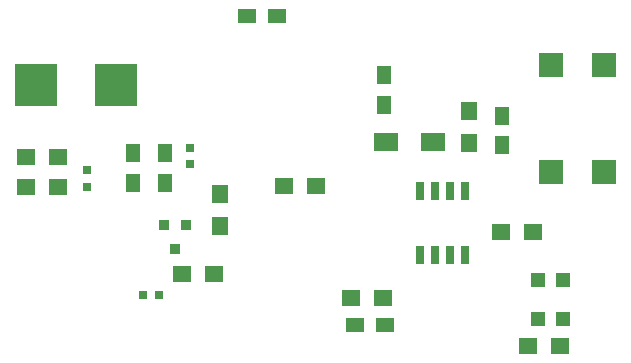
<source format=gbr>
G04 #@! TF.FileFunction,Paste,Top*
%FSLAX46Y46*%
G04 Gerber Fmt 4.6, Leading zero omitted, Abs format (unit mm)*
G04 Created by KiCad (PCBNEW 4.0.0-2.201512072331+6194~38~ubuntu14.04.1-stable) date Mon 06 Jun 2016 10:48:40 PM CEST*
%MOMM*%
G01*
G04 APERTURE LIST*
%ADD10C,0.100000*%
%ADD11R,1.300800X1.550800*%
%ADD12R,1.550800X1.300800*%
%ADD13R,2.050800X1.650800*%
%ADD14R,0.650800X0.750800*%
%ADD15R,1.249680X1.249680*%
%ADD16R,0.750800X0.650800*%
%ADD17R,0.850900X0.850900*%
%ADD18R,1.550800X1.350800*%
%ADD19R,1.350800X1.550800*%
%ADD20R,2.159000X2.159000*%
%ADD21R,0.650800X1.600800*%
%ADD22R,3.550800X3.550800*%
G04 APERTURE END LIST*
D10*
D11*
X174371000Y-85237000D03*
X174371000Y-87737000D03*
D12*
X165334000Y-80264000D03*
X162834000Y-80264000D03*
X174478000Y-106426000D03*
X171978000Y-106426000D03*
D11*
X184404000Y-88666000D03*
X184404000Y-91166000D03*
X153162000Y-91841000D03*
X153162000Y-94341000D03*
X155829000Y-91841000D03*
X155829000Y-94341000D03*
D13*
X178530000Y-90932000D03*
X174530000Y-90932000D03*
D14*
X153986000Y-103886000D03*
X155386000Y-103886000D03*
D15*
X189517020Y-105918000D03*
X187418980Y-105918000D03*
D16*
X157988000Y-91375000D03*
X157988000Y-92775000D03*
D15*
X189517020Y-102616000D03*
X187418980Y-102616000D03*
D16*
X149225000Y-93280000D03*
X149225000Y-94680000D03*
D17*
X157668000Y-97932240D03*
X155768000Y-97932240D03*
X156718000Y-99931220D03*
D18*
X186610000Y-108204000D03*
X189310000Y-108204000D03*
X171624000Y-104140000D03*
X174324000Y-104140000D03*
D19*
X181610000Y-88312000D03*
X181610000Y-91012000D03*
D18*
X157273000Y-102108000D03*
X159973000Y-102108000D03*
X184324000Y-98552000D03*
X187024000Y-98552000D03*
D19*
X160528000Y-97997000D03*
X160528000Y-95297000D03*
D18*
X146765000Y-92202000D03*
X144065000Y-92202000D03*
X144065000Y-94742000D03*
X146765000Y-94742000D03*
X168609000Y-94615000D03*
X165909000Y-94615000D03*
D20*
X193001900Y-84340700D03*
X193001900Y-93459300D03*
X188506100Y-84340700D03*
X188506100Y-93459300D03*
D21*
X177419000Y-100490000D03*
X178689000Y-100490000D03*
X179959000Y-100490000D03*
X181229000Y-100490000D03*
X181229000Y-95090000D03*
X179959000Y-95090000D03*
X178689000Y-95090000D03*
X177419000Y-95090000D03*
D22*
X151739600Y-86106000D03*
X144932400Y-86106000D03*
M02*

</source>
